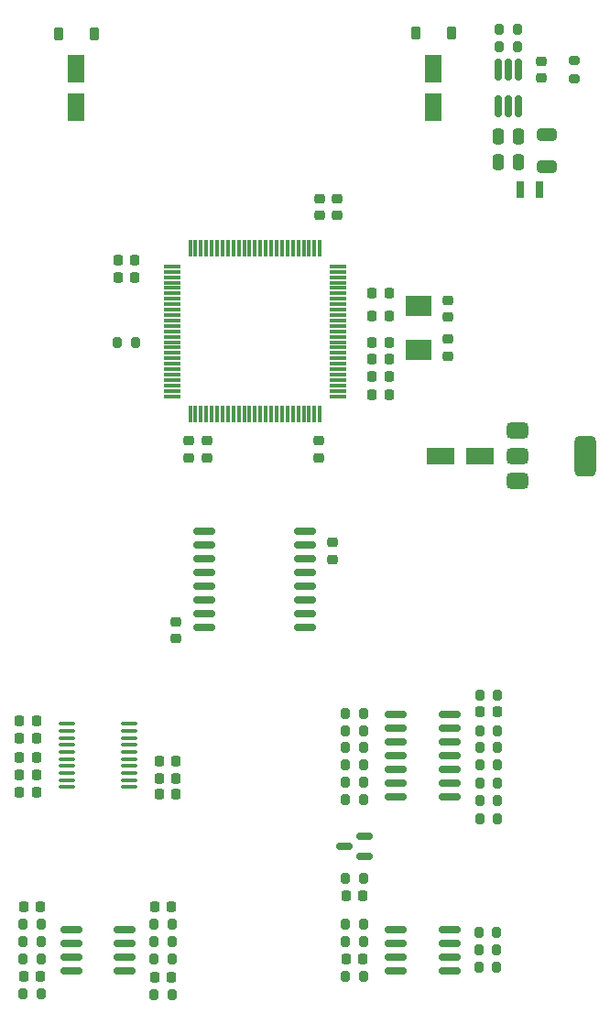
<source format=gbr>
%TF.GenerationSoftware,KiCad,Pcbnew,8.0.1*%
%TF.CreationDate,2024-04-24T14:52:54+01:00*%
%TF.ProjectId,Kishoof_Components,4b697368-6f6f-4665-9f43-6f6d706f6e65,rev?*%
%TF.SameCoordinates,Original*%
%TF.FileFunction,Paste,Bot*%
%TF.FilePolarity,Positive*%
%FSLAX46Y46*%
G04 Gerber Fmt 4.6, Leading zero omitted, Abs format (unit mm)*
G04 Created by KiCad (PCBNEW 8.0.1) date 2024-04-24 14:52:54*
%MOMM*%
%LPD*%
G01*
G04 APERTURE LIST*
G04 Aperture macros list*
%AMRoundRect*
0 Rectangle with rounded corners*
0 $1 Rounding radius*
0 $2 $3 $4 $5 $6 $7 $8 $9 X,Y pos of 4 corners*
0 Add a 4 corners polygon primitive as box body*
4,1,4,$2,$3,$4,$5,$6,$7,$8,$9,$2,$3,0*
0 Add four circle primitives for the rounded corners*
1,1,$1+$1,$2,$3*
1,1,$1+$1,$4,$5*
1,1,$1+$1,$6,$7*
1,1,$1+$1,$8,$9*
0 Add four rect primitives between the rounded corners*
20,1,$1+$1,$2,$3,$4,$5,0*
20,1,$1+$1,$4,$5,$6,$7,0*
20,1,$1+$1,$6,$7,$8,$9,0*
20,1,$1+$1,$8,$9,$2,$3,0*%
G04 Aperture macros list end*
%ADD10RoundRect,0.150000X0.587500X0.150000X-0.587500X0.150000X-0.587500X-0.150000X0.587500X-0.150000X0*%
%ADD11RoundRect,0.225000X-0.250000X0.225000X-0.250000X-0.225000X0.250000X-0.225000X0.250000X0.225000X0*%
%ADD12RoundRect,0.225000X-0.225000X-0.250000X0.225000X-0.250000X0.225000X0.250000X-0.225000X0.250000X0*%
%ADD13RoundRect,0.250000X0.550000X-1.050000X0.550000X1.050000X-0.550000X1.050000X-0.550000X-1.050000X0*%
%ADD14RoundRect,0.225000X0.225000X0.250000X-0.225000X0.250000X-0.225000X-0.250000X0.225000X-0.250000X0*%
%ADD15RoundRect,0.250000X0.650000X-0.325000X0.650000X0.325000X-0.650000X0.325000X-0.650000X-0.325000X0*%
%ADD16RoundRect,0.200000X0.200000X0.275000X-0.200000X0.275000X-0.200000X-0.275000X0.200000X-0.275000X0*%
%ADD17RoundRect,0.225000X0.250000X-0.225000X0.250000X0.225000X-0.250000X0.225000X-0.250000X-0.225000X0*%
%ADD18RoundRect,0.250000X-0.550000X1.050000X-0.550000X-1.050000X0.550000X-1.050000X0.550000X1.050000X0*%
%ADD19R,2.400000X1.900000*%
%ADD20RoundRect,0.200000X-0.200000X-0.275000X0.200000X-0.275000X0.200000X0.275000X-0.200000X0.275000X0*%
%ADD21RoundRect,0.162500X0.162500X-0.837500X0.162500X0.837500X-0.162500X0.837500X-0.162500X-0.837500X0*%
%ADD22RoundRect,0.150000X-0.875000X-0.150000X0.875000X-0.150000X0.875000X0.150000X-0.875000X0.150000X0*%
%ADD23RoundRect,0.225000X0.225000X0.375000X-0.225000X0.375000X-0.225000X-0.375000X0.225000X-0.375000X0*%
%ADD24RoundRect,0.150000X-0.825000X-0.150000X0.825000X-0.150000X0.825000X0.150000X-0.825000X0.150000X0*%
%ADD25RoundRect,0.250000X-0.250000X-0.475000X0.250000X-0.475000X0.250000X0.475000X-0.250000X0.475000X0*%
%ADD26RoundRect,0.075000X0.725000X0.075000X-0.725000X0.075000X-0.725000X-0.075000X0.725000X-0.075000X0*%
%ADD27RoundRect,0.075000X0.075000X0.725000X-0.075000X0.725000X-0.075000X-0.725000X0.075000X-0.725000X0*%
%ADD28RoundRect,0.150000X0.825000X0.150000X-0.825000X0.150000X-0.825000X-0.150000X0.825000X-0.150000X0*%
%ADD29RoundRect,0.100000X-0.637500X-0.100000X0.637500X-0.100000X0.637500X0.100000X-0.637500X0.100000X0*%
%ADD30RoundRect,0.250000X1.050000X0.550000X-1.050000X0.550000X-1.050000X-0.550000X1.050000X-0.550000X0*%
%ADD31RoundRect,0.200000X0.275000X-0.200000X0.275000X0.200000X-0.275000X0.200000X-0.275000X-0.200000X0*%
%ADD32R,0.800000X1.600000*%
%ADD33RoundRect,0.375000X-0.625000X-0.375000X0.625000X-0.375000X0.625000X0.375000X-0.625000X0.375000X0*%
%ADD34RoundRect,0.500000X-0.500000X-1.400000X0.500000X-1.400000X0.500000X1.400000X-0.500000X1.400000X0*%
G04 APERTURE END LIST*
D10*
%TO.C,D3*%
X100637500Y-116150000D03*
X100637500Y-118050000D03*
X98762500Y-117100000D03*
%TD*%
D11*
%TO.C,C16*%
X98100000Y-57225000D03*
X98100000Y-58775000D03*
%TD*%
D12*
%TO.C,C21*%
X77825000Y-62900000D03*
X79375000Y-62900000D03*
%TD*%
D13*
%TO.C,C1*%
X107000000Y-48800000D03*
X107000000Y-45200000D03*
%TD*%
D11*
%TO.C,C22*%
X96500000Y-57225000D03*
X96500000Y-58775000D03*
%TD*%
D14*
%TO.C,C11*%
X70275000Y-107100000D03*
X68725000Y-107100000D03*
%TD*%
D12*
%TO.C,C32*%
X81225000Y-129200000D03*
X82775000Y-129200000D03*
%TD*%
D15*
%TO.C,C9*%
X117500000Y-54275000D03*
X117500000Y-51325000D03*
%TD*%
D16*
%TO.C,R25*%
X100525000Y-108000000D03*
X98875000Y-108000000D03*
%TD*%
D17*
%TO.C,C20*%
X84400000Y-81175000D03*
X84400000Y-79625000D03*
%TD*%
D16*
%TO.C,R30*%
X79425000Y-70500000D03*
X77775000Y-70500000D03*
%TD*%
%TO.C,R3*%
X70725000Y-124300000D03*
X69075000Y-124300000D03*
%TD*%
D12*
%TO.C,C31*%
X69125000Y-129100000D03*
X70675000Y-129100000D03*
%TD*%
D18*
%TO.C,C2*%
X74000000Y-45200000D03*
X74000000Y-48800000D03*
%TD*%
D19*
%TO.C,Y1*%
X105600000Y-71250000D03*
X105600000Y-67150000D03*
%TD*%
D20*
%TO.C,R6*%
X81175000Y-125900000D03*
X82825000Y-125900000D03*
%TD*%
D21*
%TO.C,U3*%
X114850000Y-48710000D03*
X113900000Y-48710000D03*
X112950000Y-48710000D03*
X112950000Y-45290000D03*
X113900000Y-45290000D03*
X114850000Y-45290000D03*
%TD*%
D14*
%TO.C,C12*%
X70275000Y-105500000D03*
X68725000Y-105500000D03*
%TD*%
D22*
%TO.C,U6*%
X85850000Y-96845000D03*
X85850000Y-95575000D03*
X85850000Y-94305000D03*
X85850000Y-93035000D03*
X85850000Y-91765000D03*
X85850000Y-90495000D03*
X85850000Y-89225000D03*
X85850000Y-87955000D03*
X95150000Y-87955000D03*
X95150000Y-89225000D03*
X95150000Y-90495000D03*
X95150000Y-91765000D03*
X95150000Y-93035000D03*
X95150000Y-94305000D03*
X95150000Y-95575000D03*
X95150000Y-96845000D03*
%TD*%
D20*
%TO.C,R4*%
X81175000Y-124300000D03*
X82825000Y-124300000D03*
%TD*%
%TO.C,R14*%
X98875000Y-120100000D03*
X100525000Y-120100000D03*
%TD*%
D16*
%TO.C,R1*%
X114725000Y-41550000D03*
X113075000Y-41550000D03*
%TD*%
%TO.C,R23*%
X100525000Y-124300000D03*
X98875000Y-124300000D03*
%TD*%
D20*
%TO.C,R8*%
X81175000Y-130800000D03*
X82825000Y-130800000D03*
%TD*%
D16*
%TO.C,R24*%
X100525000Y-125900000D03*
X98875000Y-125900000D03*
%TD*%
D20*
%TO.C,R20*%
X111275000Y-112900000D03*
X112925000Y-112900000D03*
%TD*%
D23*
%TO.C,D1*%
X108650000Y-41900000D03*
X105350000Y-41900000D03*
%TD*%
D24*
%TO.C,U8*%
X73525000Y-128605000D03*
X73525000Y-127335000D03*
X73525000Y-126065000D03*
X73525000Y-124795000D03*
X78475000Y-124795000D03*
X78475000Y-126065000D03*
X78475000Y-127335000D03*
X78475000Y-128605000D03*
%TD*%
D20*
%TO.C,R32*%
X111275000Y-109600000D03*
X112925000Y-109600000D03*
%TD*%
D16*
%TO.C,R22*%
X100525000Y-129100000D03*
X98875000Y-129100000D03*
%TD*%
%TO.C,R11*%
X100525000Y-109600000D03*
X98875000Y-109600000D03*
%TD*%
D14*
%TO.C,C27*%
X83175000Y-109200000D03*
X81625000Y-109200000D03*
%TD*%
%TO.C,C4*%
X102875000Y-72100000D03*
X101325000Y-72100000D03*
%TD*%
%TO.C,C25*%
X70275000Y-110500000D03*
X68725000Y-110500000D03*
%TD*%
D20*
%TO.C,R17*%
X111175000Y-128300000D03*
X112825000Y-128300000D03*
%TD*%
D25*
%TO.C,C6*%
X112950000Y-51450000D03*
X114850000Y-51450000D03*
%TD*%
D14*
%TO.C,C39*%
X79375000Y-64500000D03*
X77825000Y-64500000D03*
%TD*%
D12*
%TO.C,C30*%
X81225000Y-122700000D03*
X82775000Y-122700000D03*
%TD*%
D11*
%TO.C,C33*%
X83200000Y-96325000D03*
X83200000Y-97875000D03*
%TD*%
D14*
%TO.C,C23*%
X102875000Y-73700000D03*
X101325000Y-73700000D03*
%TD*%
D16*
%TO.C,R21*%
X100525000Y-112800000D03*
X98875000Y-112800000D03*
%TD*%
D14*
%TO.C,C29*%
X70675000Y-122700000D03*
X69125000Y-122700000D03*
%TD*%
%TO.C,C10*%
X70275000Y-112100000D03*
X68725000Y-112100000D03*
%TD*%
D16*
%TO.C,R31*%
X112925000Y-108000000D03*
X111275000Y-108000000D03*
%TD*%
D14*
%TO.C,C26*%
X70275000Y-108900000D03*
X68725000Y-108900000D03*
%TD*%
D17*
%TO.C,C15*%
X108300000Y-71775000D03*
X108300000Y-70225000D03*
%TD*%
D14*
%TO.C,C35*%
X100475000Y-127500000D03*
X98925000Y-127500000D03*
%TD*%
D26*
%TO.C,U1*%
X98175000Y-63500000D03*
X98175000Y-64000000D03*
X98175000Y-64500000D03*
X98175000Y-65000000D03*
X98175000Y-65500000D03*
X98175000Y-66000000D03*
X98175000Y-66500000D03*
X98175000Y-67000000D03*
X98175000Y-67500000D03*
X98175000Y-68000000D03*
X98175000Y-68500000D03*
X98175000Y-69000000D03*
X98175000Y-69500000D03*
X98175000Y-70000000D03*
X98175000Y-70500000D03*
X98175000Y-71000000D03*
X98175000Y-71500000D03*
X98175000Y-72000000D03*
X98175000Y-72500000D03*
X98175000Y-73000000D03*
X98175000Y-73500000D03*
X98175000Y-74000000D03*
X98175000Y-74500000D03*
X98175000Y-75000000D03*
X98175000Y-75500000D03*
D27*
X96500000Y-77175000D03*
X96000000Y-77175000D03*
X95500000Y-77175000D03*
X95000000Y-77175000D03*
X94500000Y-77175000D03*
X94000000Y-77175000D03*
X93500000Y-77175000D03*
X93000000Y-77175000D03*
X92500000Y-77175000D03*
X92000000Y-77175000D03*
X91500000Y-77175000D03*
X91000000Y-77175000D03*
X90500000Y-77175000D03*
X90000000Y-77175000D03*
X89500000Y-77175000D03*
X89000000Y-77175000D03*
X88500000Y-77175000D03*
X88000000Y-77175000D03*
X87500000Y-77175000D03*
X87000000Y-77175000D03*
X86500000Y-77175000D03*
X86000000Y-77175000D03*
X85500000Y-77175000D03*
X85000000Y-77175000D03*
X84500000Y-77175000D03*
D26*
X82825000Y-75500000D03*
X82825000Y-75000000D03*
X82825000Y-74500000D03*
X82825000Y-74000000D03*
X82825000Y-73500000D03*
X82825000Y-73000000D03*
X82825000Y-72500000D03*
X82825000Y-72000000D03*
X82825000Y-71500000D03*
X82825000Y-71000000D03*
X82825000Y-70500000D03*
X82825000Y-70000000D03*
X82825000Y-69500000D03*
X82825000Y-69000000D03*
X82825000Y-68500000D03*
X82825000Y-68000000D03*
X82825000Y-67500000D03*
X82825000Y-67000000D03*
X82825000Y-66500000D03*
X82825000Y-66000000D03*
X82825000Y-65500000D03*
X82825000Y-65000000D03*
X82825000Y-64500000D03*
X82825000Y-64000000D03*
X82825000Y-63500000D03*
D27*
X84500000Y-61825000D03*
X85000000Y-61825000D03*
X85500000Y-61825000D03*
X86000000Y-61825000D03*
X86500000Y-61825000D03*
X87000000Y-61825000D03*
X87500000Y-61825000D03*
X88000000Y-61825000D03*
X88500000Y-61825000D03*
X89000000Y-61825000D03*
X89500000Y-61825000D03*
X90000000Y-61825000D03*
X90500000Y-61825000D03*
X91000000Y-61825000D03*
X91500000Y-61825000D03*
X92000000Y-61825000D03*
X92500000Y-61825000D03*
X93000000Y-61825000D03*
X93500000Y-61825000D03*
X94000000Y-61825000D03*
X94500000Y-61825000D03*
X95000000Y-61825000D03*
X95500000Y-61825000D03*
X96000000Y-61825000D03*
X96500000Y-61825000D03*
%TD*%
D14*
%TO.C,C24*%
X102875000Y-75400000D03*
X101325000Y-75400000D03*
%TD*%
D28*
%TO.C,U5*%
X108475000Y-124795000D03*
X108475000Y-126065000D03*
X108475000Y-127335000D03*
X108475000Y-128605000D03*
X103525000Y-128605000D03*
X103525000Y-127335000D03*
X103525000Y-126065000D03*
X103525000Y-124795000D03*
%TD*%
D29*
%TO.C,U2*%
X73137500Y-111625000D03*
X73137500Y-110975000D03*
X73137500Y-110325000D03*
X73137500Y-109675000D03*
X73137500Y-109025000D03*
X73137500Y-108375000D03*
X73137500Y-107725000D03*
X73137500Y-107075000D03*
X73137500Y-106425000D03*
X73137500Y-105775000D03*
X78862500Y-105775000D03*
X78862500Y-106425000D03*
X78862500Y-107075000D03*
X78862500Y-107725000D03*
X78862500Y-108375000D03*
X78862500Y-109025000D03*
X78862500Y-109675000D03*
X78862500Y-110325000D03*
X78862500Y-110975000D03*
X78862500Y-111625000D03*
%TD*%
D20*
%TO.C,R19*%
X111175000Y-125100000D03*
X112825000Y-125100000D03*
%TD*%
D16*
%TO.C,R5*%
X70725000Y-125900000D03*
X69075000Y-125900000D03*
%TD*%
%TO.C,R12*%
X100525000Y-111200000D03*
X98875000Y-111200000D03*
%TD*%
D20*
%TO.C,R27*%
X98875000Y-104800000D03*
X100525000Y-104800000D03*
%TD*%
%TO.C,R2*%
X113075000Y-43150000D03*
X114725000Y-43150000D03*
%TD*%
%TO.C,R10*%
X81175000Y-127500000D03*
X82825000Y-127500000D03*
%TD*%
D12*
%TO.C,C28*%
X81625000Y-112300000D03*
X83175000Y-112300000D03*
%TD*%
D17*
%TO.C,C34*%
X97700000Y-90575000D03*
X97700000Y-89025000D03*
%TD*%
D28*
%TO.C,U7*%
X108475000Y-104890000D03*
X108475000Y-106160000D03*
X108475000Y-107430000D03*
X108475000Y-108700000D03*
X108475000Y-109970000D03*
X108475000Y-111240000D03*
X108475000Y-112510000D03*
X103525000Y-112510000D03*
X103525000Y-111240000D03*
X103525000Y-109970000D03*
X103525000Y-108700000D03*
X103525000Y-107430000D03*
X103525000Y-106160000D03*
X103525000Y-104890000D03*
%TD*%
D14*
%TO.C,C18*%
X102875000Y-68100000D03*
X101325000Y-68100000D03*
%TD*%
D11*
%TO.C,C38*%
X86050000Y-79625000D03*
X86050000Y-81175000D03*
%TD*%
D17*
%TO.C,C19*%
X96400000Y-81175000D03*
X96400000Y-79625000D03*
%TD*%
D12*
%TO.C,C36*%
X98925000Y-121700000D03*
X100475000Y-121700000D03*
%TD*%
%TO.C,C13*%
X81625000Y-110800000D03*
X83175000Y-110800000D03*
%TD*%
D20*
%TO.C,R18*%
X111275000Y-111300000D03*
X112925000Y-111300000D03*
%TD*%
D30*
%TO.C,C5*%
X111275000Y-81000000D03*
X107675000Y-81000000D03*
%TD*%
D20*
%TO.C,R13*%
X111275000Y-114600000D03*
X112925000Y-114600000D03*
%TD*%
D16*
%TO.C,R26*%
X100525000Y-106400000D03*
X98875000Y-106400000D03*
%TD*%
%TO.C,R34*%
X112925000Y-103100000D03*
X111275000Y-103100000D03*
%TD*%
D25*
%TO.C,C7*%
X112950000Y-53850000D03*
X114850000Y-53850000D03*
%TD*%
D20*
%TO.C,R16*%
X111175000Y-126700000D03*
X112825000Y-126700000D03*
%TD*%
D14*
%TO.C,C37*%
X112875000Y-104700000D03*
X111325000Y-104700000D03*
%TD*%
D20*
%TO.C,R33*%
X111275000Y-106400000D03*
X112925000Y-106400000D03*
%TD*%
D16*
%TO.C,R9*%
X70725000Y-130700000D03*
X69075000Y-130700000D03*
%TD*%
D14*
%TO.C,C17*%
X102875000Y-66000000D03*
X101325000Y-66000000D03*
%TD*%
D20*
%TO.C,R7*%
X69075000Y-127500000D03*
X70725000Y-127500000D03*
%TD*%
D17*
%TO.C,C8*%
X117000000Y-46075000D03*
X117000000Y-44525000D03*
%TD*%
D31*
%TO.C,R15*%
X120000000Y-46125000D03*
X120000000Y-44475000D03*
%TD*%
D23*
%TO.C,D2*%
X75650000Y-42000000D03*
X72350000Y-42000000D03*
%TD*%
D11*
%TO.C,C14*%
X108300000Y-66625000D03*
X108300000Y-68175000D03*
%TD*%
D32*
%TO.C,L2*%
X115000000Y-56400000D03*
X116800000Y-56400000D03*
%TD*%
D33*
%TO.C,U4*%
X114725000Y-83300000D03*
X114725000Y-81000000D03*
D34*
X121025000Y-81000000D03*
D33*
X114725000Y-78700000D03*
%TD*%
D14*
%TO.C,C3*%
X102875000Y-70500000D03*
X101325000Y-70500000D03*
%TD*%
M02*

</source>
